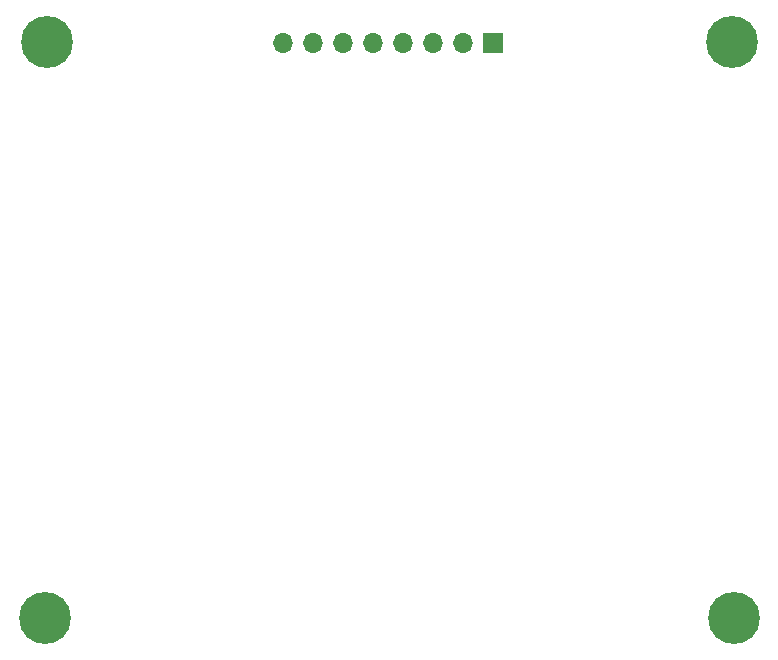
<source format=gbr>
%TF.GenerationSoftware,KiCad,Pcbnew,5.1.7-a382d34a8~88~ubuntu20.04.1*%
%TF.CreationDate,2020-12-22T17:38:33+00:00*%
%TF.ProjectId,DisplayBreakoutBoard,44697370-6c61-4794-9272-65616b6f7574,v1*%
%TF.SameCoordinates,Original*%
%TF.FileFunction,Soldermask,Bot*%
%TF.FilePolarity,Negative*%
%FSLAX46Y46*%
G04 Gerber Fmt 4.6, Leading zero omitted, Abs format (unit mm)*
G04 Created by KiCad (PCBNEW 5.1.7-a382d34a8~88~ubuntu20.04.1) date 2020-12-22 17:38:33*
%MOMM*%
%LPD*%
G01*
G04 APERTURE LIST*
%ADD10C,0.700000*%
%ADD11C,4.400000*%
%ADD12R,1.700000X1.700000*%
%ADD13O,1.700000X1.700000*%
G04 APERTURE END LIST*
D10*
%TO.C,H4*%
X90316726Y-82383274D03*
X89150000Y-81900000D03*
X87983274Y-82383274D03*
X87500000Y-83550000D03*
X87983274Y-84716726D03*
X89150000Y-85200000D03*
X90316726Y-84716726D03*
X90800000Y-83550000D03*
D11*
X89150000Y-83550000D03*
%TD*%
D12*
%TO.C,J1*%
X68800000Y-34850000D03*
D13*
X66260000Y-34850000D03*
X63720000Y-34850000D03*
X61180000Y-34850000D03*
X58640000Y-34850000D03*
X56100000Y-34850000D03*
X53560000Y-34850000D03*
X51020000Y-34850000D03*
%TD*%
D11*
%TO.C,H1*%
X31000000Y-34750000D03*
D10*
X32650000Y-34750000D03*
X32166726Y-35916726D03*
X31000000Y-36400000D03*
X29833274Y-35916726D03*
X29350000Y-34750000D03*
X29833274Y-33583274D03*
X31000000Y-33100000D03*
X32166726Y-33583274D03*
%TD*%
%TO.C,H2*%
X90166726Y-33583274D03*
X89000000Y-33100000D03*
X87833274Y-33583274D03*
X87350000Y-34750000D03*
X87833274Y-35916726D03*
X89000000Y-36400000D03*
X90166726Y-35916726D03*
X90650000Y-34750000D03*
D11*
X89000000Y-34750000D03*
%TD*%
%TO.C,H3*%
X30800000Y-83550000D03*
D10*
X32450000Y-83550000D03*
X31966726Y-84716726D03*
X30800000Y-85200000D03*
X29633274Y-84716726D03*
X29150000Y-83550000D03*
X29633274Y-82383274D03*
X30800000Y-81900000D03*
X31966726Y-82383274D03*
%TD*%
M02*

</source>
